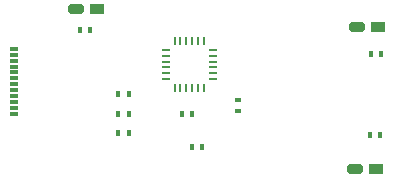
<source format=gtp>
G04*
G04 #@! TF.GenerationSoftware,Altium Limited,Altium Designer,21.0.8 (223)*
G04*
G04 Layer_Color=8421504*
%FSLAX42Y42*%
%MOMM*%
G71*
G04*
G04 #@! TF.SameCoordinates,3342F10C-20B5-45E4-B721-DC8BC5ABD3D0*
G04*
G04*
G04 #@! TF.FilePolarity,Positive*
G04*
G01*
G75*
G04:AMPARAMS|DCode=15|XSize=1.27mm|YSize=0.89mm|CornerRadius=0mm|HoleSize=0mm|Usage=FLASHONLY|Rotation=180.000|XOffset=0mm|YOffset=0mm|HoleType=Round|Shape=Octagon|*
%AMOCTAGOND15*
4,1,8,-0.64,0.22,-0.64,-0.22,-0.41,-0.44,0.41,-0.44,0.64,-0.22,0.64,0.22,0.41,0.44,-0.41,0.44,-0.64,0.22,0.0*
%
%ADD15OCTAGOND15*%

%ADD16R,1.27X0.89*%
%ADD17R,0.40X0.50*%
%ADD18R,0.50X0.40*%
%ADD19R,0.70X0.35*%
%ADD20R,0.70X0.25*%
%ADD21O,0.70X0.25*%
%ADD22O,0.25X0.70*%
D15*
X3454Y584D02*
D03*
X1092Y1943D02*
D03*
X3467Y1791D02*
D03*
D16*
X3632Y584D02*
D03*
X1270Y1943D02*
D03*
X3645Y1791D02*
D03*
D17*
X1448Y1219D02*
D03*
X1538Y1219D02*
D03*
X3579Y876D02*
D03*
X3664D02*
D03*
X2069Y775D02*
D03*
X2159Y775D02*
D03*
X2072Y1054D02*
D03*
X1987D02*
D03*
X1537Y889D02*
D03*
X1447Y889D02*
D03*
X1537Y1054D02*
D03*
X1447Y1054D02*
D03*
X1128Y1765D02*
D03*
X1213D02*
D03*
X3585Y1562D02*
D03*
X3670D02*
D03*
D18*
X2464Y1083D02*
D03*
Y1168D02*
D03*
D19*
X562Y1055D02*
D03*
Y1105D02*
D03*
Y1155D02*
D03*
Y1205D02*
D03*
Y1255D02*
D03*
Y1305D02*
D03*
Y1355D02*
D03*
Y1405D02*
D03*
Y1455D02*
D03*
Y1505D02*
D03*
Y1555D02*
D03*
Y1605D02*
D03*
D20*
X1853Y1598D02*
D03*
D21*
Y1548D02*
D03*
Y1498D02*
D03*
Y1448D02*
D03*
Y1398D02*
D03*
Y1348D02*
D03*
X2248D02*
D03*
Y1398D02*
D03*
Y1448D02*
D03*
Y1498D02*
D03*
Y1548D02*
D03*
Y1598D02*
D03*
D22*
X1925Y1275D02*
D03*
X1975D02*
D03*
X2025D02*
D03*
X2075D02*
D03*
X2125D02*
D03*
X2175D02*
D03*
Y1670D02*
D03*
X2125D02*
D03*
X2075D02*
D03*
X2025D02*
D03*
X1975D02*
D03*
X1925D02*
D03*
M02*

</source>
